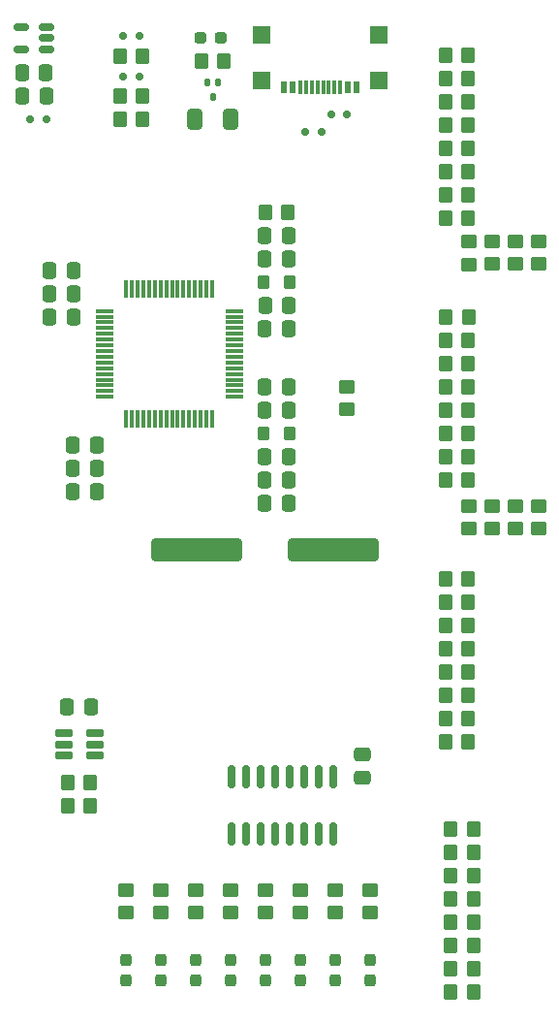
<source format=gbr>
%TF.GenerationSoftware,KiCad,Pcbnew,9.0.6-9.0.6~ubuntu24.04.1*%
%TF.CreationDate,2026-01-25T19:05:08-03:00*%
%TF.ProjectId,cotti_probe,636f7474-695f-4707-926f-62652e6b6963,0.0*%
%TF.SameCoordinates,Original*%
%TF.FileFunction,Paste,Top*%
%TF.FilePolarity,Positive*%
%FSLAX46Y46*%
G04 Gerber Fmt 4.6, Leading zero omitted, Abs format (unit mm)*
G04 Created by KiCad (PCBNEW 9.0.6-9.0.6~ubuntu24.04.1) date 2026-01-25 19:05:08*
%MOMM*%
%LPD*%
G01*
G04 APERTURE LIST*
G04 Aperture macros list*
%AMRoundRect*
0 Rectangle with rounded corners*
0 $1 Rounding radius*
0 $2 $3 $4 $5 $6 $7 $8 $9 X,Y pos of 4 corners*
0 Add a 4 corners polygon primitive as box body*
4,1,4,$2,$3,$4,$5,$6,$7,$8,$9,$2,$3,0*
0 Add four circle primitives for the rounded corners*
1,1,$1+$1,$2,$3*
1,1,$1+$1,$4,$5*
1,1,$1+$1,$6,$7*
1,1,$1+$1,$8,$9*
0 Add four rect primitives between the rounded corners*
20,1,$1+$1,$2,$3,$4,$5,0*
20,1,$1+$1,$4,$5,$6,$7,0*
20,1,$1+$1,$6,$7,$8,$9,0*
20,1,$1+$1,$8,$9,$2,$3,0*%
G04 Aperture macros list end*
%ADD10RoundRect,0.250000X-0.350000X-0.450000X0.350000X-0.450000X0.350000X0.450000X-0.350000X0.450000X0*%
%ADD11RoundRect,0.250000X0.337500X0.475000X-0.337500X0.475000X-0.337500X-0.475000X0.337500X-0.475000X0*%
%ADD12RoundRect,0.150000X-0.150000X-0.200000X0.150000X-0.200000X0.150000X0.200000X-0.150000X0.200000X0*%
%ADD13RoundRect,0.250000X-0.450000X0.350000X-0.450000X-0.350000X0.450000X-0.350000X0.450000X0.350000X0*%
%ADD14RoundRect,0.237500X0.237500X-0.287500X0.237500X0.287500X-0.237500X0.287500X-0.237500X-0.287500X0*%
%ADD15RoundRect,0.250000X0.450000X-0.350000X0.450000X0.350000X-0.450000X0.350000X-0.450000X-0.350000X0*%
%ADD16RoundRect,0.250000X-0.475000X0.337500X-0.475000X-0.337500X0.475000X-0.337500X0.475000X0.337500X0*%
%ADD17RoundRect,0.250000X-0.337500X-0.475000X0.337500X-0.475000X0.337500X0.475000X-0.337500X0.475000X0*%
%ADD18RoundRect,0.250000X0.350000X0.450000X-0.350000X0.450000X-0.350000X-0.450000X0.350000X-0.450000X0*%
%ADD19RoundRect,0.250000X0.275000X0.350000X-0.275000X0.350000X-0.275000X-0.350000X0.275000X-0.350000X0*%
%ADD20RoundRect,0.075000X0.700000X0.075000X-0.700000X0.075000X-0.700000X-0.075000X0.700000X-0.075000X0*%
%ADD21RoundRect,0.075000X0.075000X0.700000X-0.075000X0.700000X-0.075000X-0.700000X0.075000X-0.700000X0*%
%ADD22RoundRect,0.162500X-0.617500X-0.162500X0.617500X-0.162500X0.617500X0.162500X-0.617500X0.162500X0*%
%ADD23RoundRect,0.150000X0.150000X-0.825000X0.150000X0.825000X-0.150000X0.825000X-0.150000X-0.825000X0*%
%ADD24RoundRect,0.150000X0.150000X0.200000X-0.150000X0.200000X-0.150000X-0.200000X0.150000X-0.200000X0*%
%ADD25RoundRect,0.250000X0.412500X0.650000X-0.412500X0.650000X-0.412500X-0.650000X0.412500X-0.650000X0*%
%ADD26RoundRect,0.125000X-0.125000X0.175000X-0.125000X-0.175000X0.125000X-0.175000X0.125000X0.175000X0*%
%ADD27R,0.600000X1.100000*%
%ADD28R,0.300000X1.150000*%
%ADD29R,1.500000X1.500000*%
%ADD30RoundRect,0.250000X-3.687500X-0.750000X3.687500X-0.750000X3.687500X0.750000X-3.687500X0.750000X0*%
%ADD31RoundRect,0.237500X0.287500X0.237500X-0.287500X0.237500X-0.287500X-0.237500X0.287500X-0.237500X0*%
%ADD32RoundRect,0.150000X0.512500X0.150000X-0.512500X0.150000X-0.512500X-0.150000X0.512500X-0.150000X0*%
G04 APERTURE END LIST*
D10*
%TO.C,R20*%
X174768000Y-62992000D03*
X176768000Y-62992000D03*
%TD*%
D11*
%TO.C,C16*%
X144293500Y-68072000D03*
X142218500Y-68072000D03*
%TD*%
D12*
%TO.C,D4*%
X148020000Y-31877000D03*
X146620000Y-31877000D03*
%TD*%
D10*
%TO.C,R46*%
X146320000Y-35560000D03*
X148320000Y-35560000D03*
%TD*%
%TO.C,R31*%
X174768000Y-42164000D03*
X176768000Y-42164000D03*
%TD*%
D13*
%TO.C,R50*%
X152908000Y-102886000D03*
X152908000Y-104886000D03*
%TD*%
D10*
%TO.C,R4*%
X175241200Y-107696000D03*
X177241200Y-107696000D03*
%TD*%
D14*
%TO.C,D10*%
X162052000Y-110744000D03*
X162052000Y-108994000D03*
%TD*%
D15*
%TO.C,R38*%
X178816000Y-48244000D03*
X178816000Y-46244000D03*
%TD*%
%TO.C,R37*%
X178816000Y-71358000D03*
X178816000Y-69358000D03*
%TD*%
D13*
%TO.C,R54*%
X165100000Y-102886000D03*
X165100000Y-104886000D03*
%TD*%
%TO.C,R51*%
X155956000Y-102886000D03*
X155956000Y-104886000D03*
%TD*%
D15*
%TO.C,R42*%
X182880000Y-48244000D03*
X182880000Y-46244000D03*
%TD*%
D16*
%TO.C,C6*%
X167513000Y-91037500D03*
X167513000Y-93112500D03*
%TD*%
D10*
%TO.C,R26*%
X174784000Y-52832000D03*
X176784000Y-52832000D03*
%TD*%
%TO.C,R11*%
X174768000Y-89916000D03*
X176768000Y-89916000D03*
%TD*%
%TO.C,R56*%
X141748000Y-95504000D03*
X143748000Y-95504000D03*
%TD*%
D11*
%TO.C,C3*%
X139864500Y-33594000D03*
X137789500Y-33594000D03*
%TD*%
D10*
%TO.C,R33*%
X174768000Y-34036000D03*
X176768000Y-34036000D03*
%TD*%
D14*
%TO.C,D7*%
X146812000Y-110744000D03*
X146812000Y-108994000D03*
%TD*%
D15*
%TO.C,R41*%
X182880000Y-71358000D03*
X182880000Y-69358000D03*
%TD*%
D17*
%TO.C,C15*%
X158982500Y-58928000D03*
X161057500Y-58928000D03*
%TD*%
D15*
%TO.C,R39*%
X180848000Y-71358000D03*
X180848000Y-69358000D03*
%TD*%
D18*
%TO.C,R2*%
X161020000Y-43688000D03*
X159020000Y-43688000D03*
%TD*%
D19*
%TO.C,FB1*%
X161170000Y-49784000D03*
X158870000Y-49784000D03*
%TD*%
D14*
%TO.C,D12*%
X165100000Y-110744000D03*
X165100000Y-108994000D03*
%TD*%
D10*
%TO.C,R7*%
X175241200Y-109728000D03*
X177241200Y-109728000D03*
%TD*%
D17*
%TO.C,C18*%
X158982500Y-60960000D03*
X161057500Y-60960000D03*
%TD*%
D15*
%TO.C,R36*%
X176784000Y-48260000D03*
X176784000Y-46260000D03*
%TD*%
D13*
%TO.C,R53*%
X162052000Y-102886000D03*
X162052000Y-104886000D03*
%TD*%
D20*
%TO.C,U1*%
X156297000Y-59833200D03*
X156297000Y-59333200D03*
X156297000Y-58833200D03*
X156297000Y-58333200D03*
X156297000Y-57833200D03*
X156297000Y-57333200D03*
X156297000Y-56833200D03*
X156297000Y-56333200D03*
X156297000Y-55833200D03*
X156297000Y-55333200D03*
X156297000Y-54833200D03*
X156297000Y-54333200D03*
X156297000Y-53833200D03*
X156297000Y-53333200D03*
X156297000Y-52833200D03*
X156297000Y-52333200D03*
D21*
X154372000Y-50408200D03*
X153872000Y-50408200D03*
X153372000Y-50408200D03*
X152872000Y-50408200D03*
X152372000Y-50408200D03*
X151872000Y-50408200D03*
X151372000Y-50408200D03*
X150872000Y-50408200D03*
X150372000Y-50408200D03*
X149872000Y-50408200D03*
X149372000Y-50408200D03*
X148872000Y-50408200D03*
X148372000Y-50408200D03*
X147872000Y-50408200D03*
X147372000Y-50408200D03*
X146872000Y-50408200D03*
D20*
X144947000Y-52333200D03*
X144947000Y-52833200D03*
X144947000Y-53333200D03*
X144947000Y-53833200D03*
X144947000Y-54333200D03*
X144947000Y-54833200D03*
X144947000Y-55333200D03*
X144947000Y-55833200D03*
X144947000Y-56333200D03*
X144947000Y-56833200D03*
X144947000Y-57333200D03*
X144947000Y-57833200D03*
X144947000Y-58333200D03*
X144947000Y-58833200D03*
X144947000Y-59333200D03*
X144947000Y-59833200D03*
D21*
X146872000Y-61758200D03*
X147372000Y-61758200D03*
X147872000Y-61758200D03*
X148372000Y-61758200D03*
X148872000Y-61758200D03*
X149372000Y-61758200D03*
X149872000Y-61758200D03*
X150372000Y-61758200D03*
X150872000Y-61758200D03*
X151372000Y-61758200D03*
X151872000Y-61758200D03*
X152372000Y-61758200D03*
X152872000Y-61758200D03*
X153372000Y-61758200D03*
X153872000Y-61758200D03*
X154372000Y-61758200D03*
%TD*%
D10*
%TO.C,R30*%
X174768000Y-32004000D03*
X176768000Y-32004000D03*
%TD*%
D22*
%TO.C,U3*%
X141398000Y-89220000D03*
X141398000Y-90170000D03*
X141398000Y-91120000D03*
X144098000Y-91120000D03*
X144098000Y-90170000D03*
X144098000Y-89220000D03*
%TD*%
D18*
%TO.C,R43*%
X155432000Y-30480000D03*
X153432000Y-30480000D03*
%TD*%
D10*
%TO.C,R34*%
X174768000Y-29972000D03*
X176768000Y-29972000D03*
%TD*%
D14*
%TO.C,D11*%
X152908000Y-110744000D03*
X152908000Y-108994000D03*
%TD*%
D10*
%TO.C,R24*%
X174768000Y-60960000D03*
X176768000Y-60960000D03*
%TD*%
D17*
%TO.C,C8*%
X158982500Y-69088000D03*
X161057500Y-69088000D03*
%TD*%
D12*
%TO.C,D2*%
X139892000Y-35560000D03*
X138492000Y-35560000D03*
%TD*%
D14*
%TO.C,D13*%
X155956000Y-110744000D03*
X155956000Y-108994000D03*
%TD*%
D11*
%TO.C,C13*%
X144293500Y-66040000D03*
X142218500Y-66040000D03*
%TD*%
D10*
%TO.C,R5*%
X175241200Y-103632000D03*
X177241200Y-103632000D03*
%TD*%
D15*
%TO.C,R40*%
X180848000Y-48244000D03*
X180848000Y-46244000D03*
%TD*%
D10*
%TO.C,R18*%
X174768000Y-75692000D03*
X176768000Y-75692000D03*
%TD*%
D23*
%TO.C,U4*%
X156083000Y-97979000D03*
X157353000Y-97979000D03*
X158623000Y-97979000D03*
X159893000Y-97979000D03*
X161163000Y-97979000D03*
X162433000Y-97979000D03*
X163703000Y-97979000D03*
X164973000Y-97979000D03*
X164973000Y-93029000D03*
X163703000Y-93029000D03*
X162433000Y-93029000D03*
X161163000Y-93029000D03*
X159893000Y-93029000D03*
X158623000Y-93029000D03*
X157353000Y-93029000D03*
X156083000Y-93029000D03*
%TD*%
D10*
%TO.C,R23*%
X174768000Y-65024000D03*
X176768000Y-65024000D03*
%TD*%
D11*
%TO.C,C9*%
X142261500Y-52832000D03*
X140186500Y-52832000D03*
%TD*%
D17*
%TO.C,C11*%
X158982500Y-45720000D03*
X161057500Y-45720000D03*
%TD*%
D10*
%TO.C,R17*%
X174768000Y-79756000D03*
X176768000Y-79756000D03*
%TD*%
D24*
%TO.C,D6*%
X164755600Y-35153600D03*
X166155600Y-35153600D03*
%TD*%
D11*
%TO.C,C5*%
X142261500Y-48768000D03*
X140186500Y-48768000D03*
%TD*%
D17*
%TO.C,C17*%
X159004000Y-51816000D03*
X161079000Y-51816000D03*
%TD*%
D12*
%TO.C,D5*%
X163920400Y-36728400D03*
X162520400Y-36728400D03*
%TD*%
%TO.C,D3*%
X148020000Y-28321000D03*
X146620000Y-28321000D03*
%TD*%
D25*
%TO.C,C20*%
X155994500Y-35560000D03*
X152869500Y-35560000D03*
%TD*%
D19*
%TO.C,FB2*%
X161170000Y-62992000D03*
X158870000Y-62992000D03*
%TD*%
D13*
%TO.C,R55*%
X168148000Y-102886000D03*
X168148000Y-104886000D03*
%TD*%
D10*
%TO.C,R28*%
X174768000Y-40132000D03*
X176768000Y-40132000D03*
%TD*%
%TO.C,R8*%
X175241200Y-105664000D03*
X177241200Y-105664000D03*
%TD*%
D26*
%TO.C,Q1*%
X154932000Y-32370000D03*
X153932000Y-32370000D03*
X154432000Y-33670000D03*
%TD*%
D13*
%TO.C,R52*%
X159004000Y-102886000D03*
X159004000Y-104886000D03*
%TD*%
D10*
%TO.C,R12*%
X174768000Y-85852000D03*
X176768000Y-85852000D03*
%TD*%
D18*
%TO.C,R47*%
X143748000Y-93472000D03*
X141748000Y-93472000D03*
%TD*%
D17*
%TO.C,C12*%
X158982500Y-47752000D03*
X161057500Y-47752000D03*
%TD*%
%TO.C,C2*%
X158982500Y-65024000D03*
X161057500Y-65024000D03*
%TD*%
D10*
%TO.C,R10*%
X175241200Y-97536000D03*
X177241200Y-97536000D03*
%TD*%
D17*
%TO.C,C1*%
X158982500Y-67056000D03*
X161057500Y-67056000D03*
%TD*%
D27*
%TO.C,J7*%
X167030000Y-32816000D03*
X166230000Y-32816000D03*
D28*
X165080000Y-32766000D03*
X164080000Y-32766000D03*
X163580000Y-32766000D03*
X162580000Y-32766000D03*
D27*
X160630000Y-32816000D03*
X161430000Y-32816000D03*
D28*
X162080000Y-32766000D03*
X163080000Y-32766000D03*
X164580000Y-32766000D03*
X165580000Y-32766000D03*
D29*
X168950000Y-32201000D03*
X158710000Y-32201000D03*
X168950000Y-28271000D03*
X158710000Y-28271000D03*
%TD*%
D30*
%TO.C,Y1*%
X153066500Y-73202800D03*
X164941500Y-73202800D03*
%TD*%
D31*
%TO.C,D1*%
X155154600Y-28448000D03*
X153404600Y-28448000D03*
%TD*%
D13*
%TO.C,R49*%
X149860000Y-102886000D03*
X149860000Y-104886000D03*
%TD*%
D17*
%TO.C,C4*%
X137768000Y-31562000D03*
X139843000Y-31562000D03*
%TD*%
D10*
%TO.C,R21*%
X174768000Y-58928000D03*
X176768000Y-58928000D03*
%TD*%
%TO.C,R25*%
X174768000Y-56896000D03*
X176768000Y-56896000D03*
%TD*%
%TO.C,R6*%
X175241200Y-99568000D03*
X177241200Y-99568000D03*
%TD*%
D32*
%TO.C,U2*%
X139943000Y-29464000D03*
X139943000Y-28514000D03*
X139943000Y-27564000D03*
X137668000Y-27564000D03*
X137668000Y-29464000D03*
%TD*%
D13*
%TO.C,R48*%
X146812000Y-102886000D03*
X146812000Y-104886000D03*
%TD*%
D10*
%TO.C,R16*%
X174768000Y-83820000D03*
X176768000Y-83820000D03*
%TD*%
%TO.C,R32*%
X174768000Y-38100000D03*
X176768000Y-38100000D03*
%TD*%
%TO.C,R29*%
X174768000Y-36068000D03*
X176768000Y-36068000D03*
%TD*%
%TO.C,R19*%
X174768000Y-67056000D03*
X176768000Y-67056000D03*
%TD*%
D11*
%TO.C,C10*%
X142261500Y-50800000D03*
X140186500Y-50800000D03*
%TD*%
D15*
%TO.C,R35*%
X176784000Y-71358000D03*
X176784000Y-69358000D03*
%TD*%
D10*
%TO.C,R9*%
X175241200Y-101600000D03*
X177241200Y-101600000D03*
%TD*%
D11*
%TO.C,C7*%
X143785500Y-86868000D03*
X141710500Y-86868000D03*
%TD*%
D10*
%TO.C,R15*%
X174768000Y-87884000D03*
X176768000Y-87884000D03*
%TD*%
%TO.C,R14*%
X174768000Y-77724000D03*
X176768000Y-77724000D03*
%TD*%
D14*
%TO.C,D8*%
X159004000Y-110744000D03*
X159004000Y-108994000D03*
%TD*%
D10*
%TO.C,R27*%
X174768000Y-44196000D03*
X176768000Y-44196000D03*
%TD*%
D18*
%TO.C,R44*%
X148320000Y-33528000D03*
X146320000Y-33528000D03*
%TD*%
D14*
%TO.C,D9*%
X149860000Y-110744000D03*
X149860000Y-108994000D03*
%TD*%
D18*
%TO.C,R45*%
X148320000Y-30099000D03*
X146320000Y-30099000D03*
%TD*%
D10*
%TO.C,R22*%
X174768000Y-54864000D03*
X176768000Y-54864000D03*
%TD*%
D17*
%TO.C,C14*%
X158982500Y-53848000D03*
X161057500Y-53848000D03*
%TD*%
D10*
%TO.C,R3*%
X175241200Y-111760000D03*
X177241200Y-111760000D03*
%TD*%
D11*
%TO.C,C19*%
X144293500Y-64008000D03*
X142218500Y-64008000D03*
%TD*%
D14*
%TO.C,D14*%
X168148000Y-110744000D03*
X168148000Y-108994000D03*
%TD*%
D10*
%TO.C,R13*%
X174768000Y-81788000D03*
X176768000Y-81788000D03*
%TD*%
D13*
%TO.C,R1*%
X166116000Y-58944000D03*
X166116000Y-60944000D03*
%TD*%
M02*

</source>
